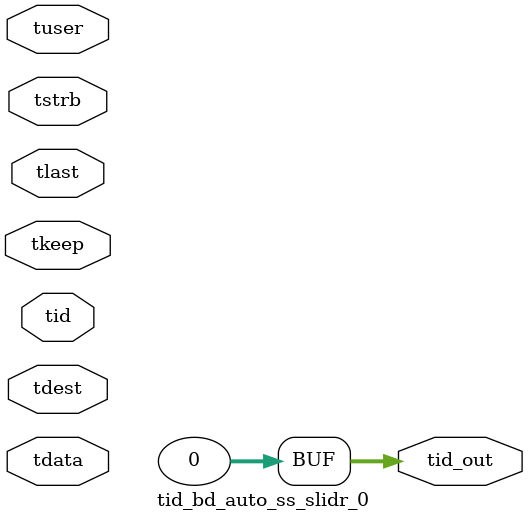
<source format=v>


`timescale 1ps/1ps

module tid_bd_auto_ss_slidr_0 #
(
parameter C_S_AXIS_TID_WIDTH   = 1,
parameter C_S_AXIS_TUSER_WIDTH = 0,
parameter C_S_AXIS_TDATA_WIDTH = 0,
parameter C_S_AXIS_TDEST_WIDTH = 0,
parameter C_M_AXIS_TID_WIDTH   = 32
)
(
input  [(C_S_AXIS_TID_WIDTH   == 0 ? 1 : C_S_AXIS_TID_WIDTH)-1:0       ] tid,
input  [(C_S_AXIS_TDATA_WIDTH == 0 ? 1 : C_S_AXIS_TDATA_WIDTH)-1:0     ] tdata,
input  [(C_S_AXIS_TUSER_WIDTH == 0 ? 1 : C_S_AXIS_TUSER_WIDTH)-1:0     ] tuser,
input  [(C_S_AXIS_TDEST_WIDTH == 0 ? 1 : C_S_AXIS_TDEST_WIDTH)-1:0     ] tdest,
input  [(C_S_AXIS_TDATA_WIDTH/8)-1:0 ] tkeep,
input  [(C_S_AXIS_TDATA_WIDTH/8)-1:0 ] tstrb,
input                                                                    tlast,
output [(C_M_AXIS_TID_WIDTH   == 0 ? 1 : C_M_AXIS_TID_WIDTH)-1:0       ] tid_out
);

assign tid_out = {5'b00000};

endmodule


</source>
